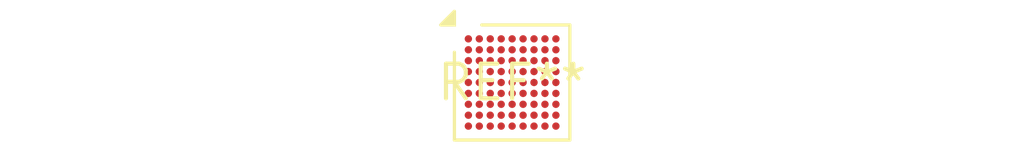
<source format=kicad_pcb>
(kicad_pcb (version 20240108) (generator pcbnew)
  (layers (0 "F.Cu" signal) (31 "B.Cu" signal) (34 "B.Paste" user) (35 "F.Paste" user) (36 "B.SilkS" user "B.Silkscreen") (37 "F.SilkS" user "F.Silkscreen") (38 "B.Mask" user) (39 "F.Mask" user) (44 "Edge.Cuts" user))
  (net 0 "")
  (footprint "UCBGA-81_4x4mm_Layout9x9_P0.4mm" (layer "F.Cu") (at 0 0)
    (property "Reference" "REF**")
    (property "Value" "UCBGA-81_4x4mm_Layout9x9_P0.4mm")
    (fp_line (start -2.11 2.11) (end -2.11 -1.11) (layer "F.SilkS") (stroke (width 0.12)))
    (fp_line (start -1.11 -2.11) (end 2.11 -2.11) (layer "F.SilkS") (stroke (width 0.12)))
    (fp_line (start 2.11 -2.11) (end 2.11 2.11) (layer "F.SilkS") (stroke (width 0.12)))
    (fp_line (start 2.11 2.11) (end -2.11 2.11) (layer "F.SilkS") (stroke (width 0.12)))
    (fp_poly (pts (xy -2.11 -2.11) (xy -2.61 -2.11) (xy -2.11 -2.61) (xy -2.11 -2.11)) (layer "F.SilkS") (stroke (width 0.12)) (fill solid))
    (pad "A1" smd circle (at -1.6 -1.6) (size 0.27 0.27) (property pad_prop_bga) (layers "F.Cu" "F.Paste" "F.Mask"))
    (pad "A2" smd circle (at -1.2 -1.6) (size 0.27 0.27) (property pad_prop_bga) (layers "F.Cu" "F.Paste" "F.Mask"))
    (pad "A3" smd circle (at -0.8 -1.6) (size 0.27 0.27) (property pad_prop_bga) (layers "F.Cu" "F.Paste" "F.Mask"))
    (pad "A4" smd circle (at -0.4 -1.6) (size 0.27 0.27) (property pad_prop_bga) (layers "F.Cu" "F.Paste" "F.Mask"))
    (pad "A5" smd circle (at 0 -1.6) (size 0.27 0.27) (property pad_prop_bga) (layers "F.Cu" "F.Paste" "F.Mask"))
    (pad "A6" smd circle (at 0.4 -1.6) (size 0.27 0.27) (property pad_prop_bga) (layers "F.Cu" "F.Paste" "F.Mask"))
    (pad "A7" smd circle (at 0.8 -1.6) (size 0.27 0.27) (property pad_prop_bga) (layers "F.Cu" "F.Paste" "F.Mask"))
    (pad "A8" smd circle (at 1.2 -1.6) (size 0.27 0.27) (property pad_prop_bga) (layers "F.Cu" "F.Paste" "F.Mask"))
    (pad "A9" smd circle (at 1.6 -1.6) (size 0.27 0.27) (property pad_prop_bga) (layers "F.Cu" "F.Paste" "F.Mask"))
    (pad "B1" smd circle (at -1.6 -1.2) (size 0.27 0.27) (property pad_prop_bga) (layers "F.Cu" "F.Paste" "F.Mask"))
    (pad "B2" smd circle (at -1.2 -1.2) (size 0.27 0.27) (property pad_prop_bga) (layers "F.Cu" "F.Paste" "F.Mask"))
    (pad "B3" smd circle (at -0.8 -1.2) (size 0.27 0.27) (property pad_prop_bga) (layers "F.Cu" "F.Paste" "F.Mask"))
    (pad "B4" smd circle (at -0.4 -1.2) (size 0.27 0.27) (property pad_prop_bga) (layers "F.Cu" "F.Paste" "F.Mask"))
    (pad "B5" smd circle (at 0 -1.2) (size 0.27 0.27) (property pad_prop_bga) (layers "F.Cu" "F.Paste" "F.Mask"))
    (pad "B6" smd circle (at 0.4 -1.2) (size 0.27 0.27) (property pad_prop_bga) (layers "F.Cu" "F.Paste" "F.Mask"))
    (pad "B7" smd circle (at 0.8 -1.2) (size 0.27 0.27) (property pad_prop_bga) (layers "F.Cu" "F.Paste" "F.Mask"))
    (pad "B8" smd circle (at 1.2 -1.2) (size 0.27 0.27) (property pad_prop_bga) (layers "F.Cu" "F.Paste" "F.Mask"))
    (pad "B9" smd circle (at 1.6 -1.2) (size 0.27 0.27) (property pad_prop_bga) (layers "F.Cu" "F.Paste" "F.Mask"))
    (pad "C1" smd circle (at -1.6 -0.8) (size 0.27 0.27) (property pad_prop_bga) (layers "F.Cu" "F.Paste" "F.Mask"))
    (pad "C2" smd circle (at -1.2 -0.8) (size 0.27 0.27) (property pad_prop_bga) (layers "F.Cu" "F.Paste" "F.Mask"))
    (pad "C3" smd circle (at -0.8 -0.8) (size 0.27 0.27) (property pad_prop_bga) (layers "F.Cu" "F.Paste" "F.Mask"))
    (pad "C4" smd circle (at -0.4 -0.8) (size 0.27 0.27) (property pad_prop_bga) (layers "F.Cu" "F.Paste" "F.Mask"))
    (pad "C5" smd circle (at 0 -0.8) (size 0.27 0.27) (property pad_prop_bga) (layers "F.Cu" "F.Paste" "F.Mask"))
    (pad "C6" smd circle (at 0.4 -0.8) (size 0.27 0.27) (property pad_prop_bga) (layers "F.Cu" "F.Paste" "F.Mask"))
    (pad "C7" smd circle (at 0.8 -0.8) (size 0.27 0.27) (property pad_prop_bga) (layers "F.Cu" "F.Paste" "F.Mask"))
    (pad "C8" smd circle (at 1.2 -0.8) (size 0.27 0.27) (property pad_prop_bga) (layers "F.Cu" "F.Paste" "F.Mask"))
    (pad "C9" smd circle (at 1.6 -0.8) (size 0.27 0.27) (property pad_prop_bga) (layers "F.Cu" "F.Paste" "F.Mask"))
    (pad "D1" smd circle (at -1.6 -0.4) (size 0.27 0.27) (property pad_prop_bga) (layers "F.Cu" "F.Paste" "F.Mask"))
    (pad "D2" smd circle (at -1.2 -0.4) (size 0.27 0.27) (property pad_prop_bga) (layers "F.Cu" "F.Paste" "F.Mask"))
    (pad "D3" smd circle (at -0.8 -0.4) (size 0.27 0.27) (property pad_prop_bga) (layers "F.Cu" "F.Paste" "F.Mask"))
    (pad "D4" smd circle (at -0.4 -0.4) (size 0.27 0.27) (property pad_prop_bga) (layers "F.Cu" "F.Paste" "F.Mask"))
    (pad "D5" smd circle (at 0 -0.4) (size 0.27 0.27) (property pad_prop_bga) (layers "F.Cu" "F.Paste" "F.Mask"))
    (pad "D6" smd circle (at 0.4 -0.4) (size 0.27 0.27) (property pad_prop_bga) (layers "F.Cu" "F.Paste" "F.Mask"))
    (pad "D7" smd circle (at 0.8 -0.4) (size 0.27 0.27) (property pad_prop_bga) (layers "F.Cu" "F.Paste" "F.Mask"))
    (pad "D8" smd circle (at 1.2 -0.4) (size 0.27 0.27) (property pad_prop_bga) (layers "F.Cu" "F.Paste" "F.Mask"))
    (pad "D9" smd circle (at 1.6 -0.4) (size 0.27 0.27) (property pad_prop_bga) (layers "F.Cu" "F.Paste" "F.Mask"))
    (pad "E1" smd circle (at -1.6 0) (size 0.27 0.27) (property pad_prop_bga) (layers "F.Cu" "F.Paste" "F.Mask"))
    (pad "E2" smd circle (at -1.2 0) (size 0.27 0.27) (property pad_prop_bga) (layers "F.Cu" "F.Paste" "F.Mask"))
    (pad "E3" smd circle (at -0.8 0) (size 0.27 0.27) (property pad_prop_bga) (layers "F.Cu" "F.Paste" "F.Mask"))
    (pad "E4" smd circle (at -0.4 0) (size 0.27 0.27) (property pad_prop_bga) (layers "F.Cu" "F.Paste" "F.Mask"))
    (pad "E5" smd circle (at 0 0) (size 0.27 0.27) (property pad_prop_bga) (layers "F.Cu" "F.Paste" "F.Mask"))
    (pad "E6" smd circle (at 0.4 0) (size 0.27 0.27) (property pad_prop_bga) (layers "F.Cu" "F.Paste" "F.Mask"))
    (pad "E7" smd circle (at 0.8 0) (size 0.27 0.27) (property pad_prop_bga) (layers "F.Cu" "F.Paste" "F.Mask"))
    (pad "E8" smd circle (at 1.2 0) (size 0.27 0.27) (property pad_prop_bga) (layers "F.Cu" "F.Paste" "F.Mask"))
    (pad "E9" smd circle (at 1.6 0) (size 0.27 0.27) (property pad_prop_bga) (layers "F.Cu" "F.Paste" "F.Mask"))
    (pad "F1" smd circle (at -1.6 0.4) (size 0.27 0.27) (property pad_prop_bga) (layers "F.Cu" "F.Paste" "F.Mask"))
    (pad "F2" smd circle (at -1.2 0.4) (size 0.27 0.27) (property pad_prop_bga) (layers "F.Cu" "F.Paste" "F.Mask"))
    (pad "F3" smd circle (at -0.8 0.4) (size 0.27 0.27) (property pad_prop_bga) (layers "F.Cu" "F.Paste" "F.Mask"))
    (pad "F4" smd circle (at -0.4 0.4) (size 0.27 0.27) (property pad_prop_bga) (layers "F.Cu" "F.Paste" "F.Mask"))
    (pad "F5" smd circle (at 0 0.4) (size 0.27 0.27) (property pad_prop_bga) (layers "F.Cu" "F.Paste" "F.Mask"))
    (pad "F6" smd circle (at 0.4 0.4) (size 0.27 0.27) (property pad_prop_bga) (layers "F.Cu" "F.Paste" "F.Mask"))
    (pad "F7" smd circle (at 0.8 0.4) (size 0.27 0.27) (property pad_prop_bga) (layers "F.Cu" "F.Paste" "F.Mask"))
    (pad "F8" smd circle (at 1.2 0.4) (size 0.27 0.27) (property pad_prop_bga) (layers "F.Cu" "F.Paste" "F.Mask"))
    (pad "F9" smd circle (at 1.6 0.4) (size 0.27 0.27) (property pad_prop_bga) (layers "F.Cu" "F.Paste" "F.Mask"))
    (pad "G1" smd circle (at -1.6 0.8) (size 0.27 0.27) (property pad_prop_bga) (layers "F.Cu" "F.Paste" "F.Mask"))
    (pad "G2" smd circle (at -1.2 0.8) (size 0.27 0.27) (property pad_prop_bga) (layers "F.Cu" "F.Paste" "F.Mask"))
    (pad "G3" smd circle (at -0.8 0.8) (size 0.27 0.27) (property pad_prop_bga) (layers "F.Cu" "F.Paste" "F.Mask"))
    (pad "G4" smd circle (at -0.4 0.8) (size 0.27 0.27) (property pad_prop_bga) (layers "F.Cu" "F.Paste" "F.Mask"))
    (pad "G5" smd circle (at 0 0.8) (size 0.27 0.27) (property pad_prop_bga) (layers "F.Cu" "F.Paste" "F.Mask"))
    (pad "G6" smd circle (at 0.4 0.8) (size 0.27 0.27) (property pad_prop_bga) (layers "F.Cu" "F.Paste" "F.Mask"))
    (pad "G7" smd circle (at 0.8 0.8) (size 0.27 0.27) (property pad_prop_bga) (layers "F.Cu" "F.Paste" "F.Mask"))
    (pad "G8" smd circle (at 1.2 0.8) (size 0.27 0.27) (property pad_prop_bga) (layers "F.Cu" "F.Paste" "F.Mask"))
    (pad "G9" smd circle (at 1.6 0.8) (size 0.27 0.27) (property pad_prop_bga) (layers "F.Cu" "F.Paste" "F.Mask"))
    (pad "H1" smd circle (at -1.6 1.2) (size 0.27 0.27) (property pad_prop_bga) (layers "F.Cu" "F.Paste" "F.Mask"))
    (pad "H2" smd circle (at -1.2 1.2) (size 0.27 0.27) (property pad_prop_bga) (layers "F.Cu" "F.Paste" "F.Mask"))
    (pad "H3" smd circle (at -0.8 1.2) (size 0.27 0.27) (property pad_prop_bga) (layers "F.Cu" "F.Paste" "F.Mask"))
    (pad "H4" smd circle (at -0.4 1.2) (size 0.27 0.27) (property pad_prop_bga) (layers "F.Cu" "F.Paste" "F.Mask"))
    (pad "H5" smd circle (at 0 1.2) (size 0.27 0.27) (property pad_prop_bga) (layers "F.Cu" "F.Paste" "F.Mask"))
    (pad "H6" smd circle (at 0.4 1.2) (size 0.27 0.27) (property pad_prop_bga) (layers "F.Cu" "F.Paste" "F.Mask"))
    (pad "H7" smd circle (at 0.8 1.2) (size 0.27 0.27) (property pad_prop_bga) (layers "F.Cu" "F.Paste" "F.Mask"))
    (pad "H8" smd circle (at 1.2 1.2) (size 0.27 0.27) (property pad_prop_bga) (layers "F.Cu" "F.Paste" "F.Mask"))
    (pad "H9" smd circle (at 1.6 1.2) (size 0.27 0.27) (property pad_prop_bga) (layers "F.Cu" "F.Paste" "F.Mask"))
    (pad "J1" smd circle (at -1.6 1.6) (size 0.27 0.27) (property pad_prop_bga) (layers "F.Cu" "F.Paste" "F.Mask"))
    (pad "J2" smd circle (at -1.2 1.6) (size 0.27 0.27) (property pad_prop_bga) (layers "F.Cu" "F.Paste" "F.Mask"))
    (pad "J3" smd circle (at -0.8 1.6) (size 0.27 0.27) (property pad_prop_bga) (layers "F.Cu" "F.Paste" "F.Mask"))
    (pad "J4" smd circle (at -0.4 1.6) (size 0.27 0.27) (property pad_prop_bga) (layers "F.Cu" "F.Paste" "F.Mask"))
    (pad "J5" smd circle (at 0 1.6) (size 0.27 0.27) (property pad_prop_bga) (layers "F.Cu" "F.Paste" "F.Mask"))
    (pad "J6" smd circle (at 0.4 1.6) (size 0.27 0.27) (property pad_prop_bga) (layers "F.Cu" "F.Paste" "F.Mask"))
    (pad "J7" smd circle (at 0.8 1.6) (size 0.27 0.27) (property pad_prop_bga) (layers "F.Cu" "F.Paste" "F.Mask"))
    (pad "J8" smd circle (at 1.2 1.6) (size 0.27 0.27) (property pad_prop_bga) (layers "F.Cu" "F.Paste" "F.Mask"))
    (pad "J9" smd circle (at 1.6 1.6) (size 0.27 0.27) (property pad_prop_bga) (layers "F.Cu" "F.Paste" "F.Mask"))
  )
)
</source>
